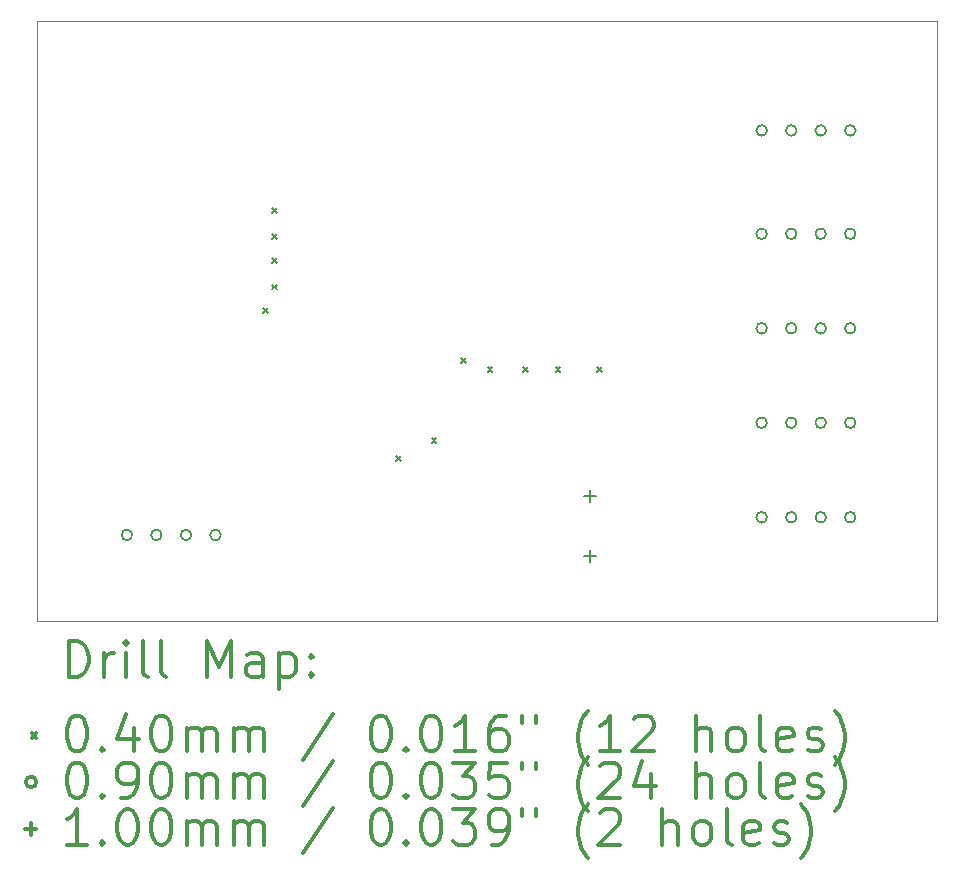
<source format=gbr>
%FSLAX45Y45*%
G04 Gerber Fmt 4.5, Leading zero omitted, Abs format (unit mm)*
G04 Created by KiCad (PCBNEW 4.0.3-stable) date Saturday, August 27, 2016 'PMt' 02:17:07 PM*
%MOMM*%
%LPD*%
G01*
G04 APERTURE LIST*
%ADD10C,0.127000*%
%ADD11C,0.100000*%
%ADD12C,0.200000*%
%ADD13C,0.300000*%
G04 APERTURE END LIST*
D10*
D11*
X14840000Y-11430000D02*
X14840000Y-6350000D01*
X22460000Y-11430000D02*
X14840000Y-11430000D01*
X22460000Y-6350000D02*
X22460000Y-11430000D01*
X14840000Y-6350000D02*
X22460000Y-6350000D01*
D12*
X16755000Y-8780000D02*
X16795000Y-8820000D01*
X16795000Y-8780000D02*
X16755000Y-8820000D01*
X16830000Y-7930000D02*
X16870000Y-7970000D01*
X16870000Y-7930000D02*
X16830000Y-7970000D01*
X16830000Y-8155000D02*
X16870000Y-8195000D01*
X16870000Y-8155000D02*
X16830000Y-8195000D01*
X16830000Y-8355000D02*
X16870000Y-8395000D01*
X16870000Y-8355000D02*
X16830000Y-8395000D01*
X16830000Y-8580000D02*
X16870000Y-8620000D01*
X16870000Y-8580000D02*
X16830000Y-8620000D01*
X17880000Y-10030000D02*
X17920000Y-10070000D01*
X17920000Y-10030000D02*
X17880000Y-10070000D01*
X18180000Y-9880000D02*
X18220000Y-9920000D01*
X18220000Y-9880000D02*
X18180000Y-9920000D01*
X18430000Y-9205000D02*
X18470000Y-9245000D01*
X18470000Y-9205000D02*
X18430000Y-9245000D01*
X18655000Y-9280000D02*
X18695000Y-9320000D01*
X18695000Y-9280000D02*
X18655000Y-9320000D01*
X18955000Y-9280000D02*
X18995000Y-9320000D01*
X18995000Y-9280000D02*
X18955000Y-9320000D01*
X19230000Y-9280000D02*
X19270000Y-9320000D01*
X19270000Y-9280000D02*
X19230000Y-9320000D01*
X19580000Y-9280000D02*
X19620000Y-9320000D01*
X19620000Y-9280000D02*
X19580000Y-9320000D01*
X15645000Y-10700000D02*
G75*
G03X15645000Y-10700000I-45000J0D01*
G01*
X15895000Y-10700000D02*
G75*
G03X15895000Y-10700000I-45000J0D01*
G01*
X16145000Y-10700000D02*
G75*
G03X16145000Y-10700000I-45000J0D01*
G01*
X16395000Y-10700000D02*
G75*
G03X16395000Y-10700000I-45000J0D01*
G01*
X21020000Y-7275000D02*
G75*
G03X21020000Y-7275000I-45000J0D01*
G01*
X21020000Y-8150000D02*
G75*
G03X21020000Y-8150000I-45000J0D01*
G01*
X21020000Y-8950000D02*
G75*
G03X21020000Y-8950000I-45000J0D01*
G01*
X21020000Y-9750000D02*
G75*
G03X21020000Y-9750000I-45000J0D01*
G01*
X21020000Y-10550000D02*
G75*
G03X21020000Y-10550000I-45000J0D01*
G01*
X21270000Y-7275000D02*
G75*
G03X21270000Y-7275000I-45000J0D01*
G01*
X21270000Y-8150000D02*
G75*
G03X21270000Y-8150000I-45000J0D01*
G01*
X21270000Y-8950000D02*
G75*
G03X21270000Y-8950000I-45000J0D01*
G01*
X21270000Y-9750000D02*
G75*
G03X21270000Y-9750000I-45000J0D01*
G01*
X21270000Y-10550000D02*
G75*
G03X21270000Y-10550000I-45000J0D01*
G01*
X21520000Y-7275000D02*
G75*
G03X21520000Y-7275000I-45000J0D01*
G01*
X21520000Y-8150000D02*
G75*
G03X21520000Y-8150000I-45000J0D01*
G01*
X21520000Y-8950000D02*
G75*
G03X21520000Y-8950000I-45000J0D01*
G01*
X21520000Y-9750000D02*
G75*
G03X21520000Y-9750000I-45000J0D01*
G01*
X21520000Y-10550000D02*
G75*
G03X21520000Y-10550000I-45000J0D01*
G01*
X21770000Y-7275000D02*
G75*
G03X21770000Y-7275000I-45000J0D01*
G01*
X21770000Y-8150000D02*
G75*
G03X21770000Y-8150000I-45000J0D01*
G01*
X21770000Y-8950000D02*
G75*
G03X21770000Y-8950000I-45000J0D01*
G01*
X21770000Y-9750000D02*
G75*
G03X21770000Y-9750000I-45000J0D01*
G01*
X21770000Y-10550000D02*
G75*
G03X21770000Y-10550000I-45000J0D01*
G01*
X19525000Y-10320962D02*
X19525000Y-10421038D01*
X19474962Y-10371000D02*
X19575038Y-10371000D01*
X19525000Y-10828962D02*
X19525000Y-10929038D01*
X19474962Y-10879000D02*
X19575038Y-10879000D01*
D13*
X15106428Y-11900714D02*
X15106428Y-11600714D01*
X15177857Y-11600714D01*
X15220714Y-11615000D01*
X15249286Y-11643571D01*
X15263571Y-11672143D01*
X15277857Y-11729286D01*
X15277857Y-11772143D01*
X15263571Y-11829286D01*
X15249286Y-11857857D01*
X15220714Y-11886429D01*
X15177857Y-11900714D01*
X15106428Y-11900714D01*
X15406428Y-11900714D02*
X15406428Y-11700714D01*
X15406428Y-11757857D02*
X15420714Y-11729286D01*
X15435000Y-11715000D01*
X15463571Y-11700714D01*
X15492143Y-11700714D01*
X15592143Y-11900714D02*
X15592143Y-11700714D01*
X15592143Y-11600714D02*
X15577857Y-11615000D01*
X15592143Y-11629286D01*
X15606428Y-11615000D01*
X15592143Y-11600714D01*
X15592143Y-11629286D01*
X15777857Y-11900714D02*
X15749286Y-11886429D01*
X15735000Y-11857857D01*
X15735000Y-11600714D01*
X15935000Y-11900714D02*
X15906428Y-11886429D01*
X15892143Y-11857857D01*
X15892143Y-11600714D01*
X16277857Y-11900714D02*
X16277857Y-11600714D01*
X16377857Y-11815000D01*
X16477857Y-11600714D01*
X16477857Y-11900714D01*
X16749286Y-11900714D02*
X16749286Y-11743571D01*
X16735000Y-11715000D01*
X16706428Y-11700714D01*
X16649286Y-11700714D01*
X16620714Y-11715000D01*
X16749286Y-11886429D02*
X16720714Y-11900714D01*
X16649286Y-11900714D01*
X16620714Y-11886429D01*
X16606428Y-11857857D01*
X16606428Y-11829286D01*
X16620714Y-11800714D01*
X16649286Y-11786429D01*
X16720714Y-11786429D01*
X16749286Y-11772143D01*
X16892143Y-11700714D02*
X16892143Y-12000714D01*
X16892143Y-11715000D02*
X16920714Y-11700714D01*
X16977857Y-11700714D01*
X17006429Y-11715000D01*
X17020714Y-11729286D01*
X17035000Y-11757857D01*
X17035000Y-11843571D01*
X17020714Y-11872143D01*
X17006429Y-11886429D01*
X16977857Y-11900714D01*
X16920714Y-11900714D01*
X16892143Y-11886429D01*
X17163571Y-11872143D02*
X17177857Y-11886429D01*
X17163571Y-11900714D01*
X17149286Y-11886429D01*
X17163571Y-11872143D01*
X17163571Y-11900714D01*
X17163571Y-11715000D02*
X17177857Y-11729286D01*
X17163571Y-11743571D01*
X17149286Y-11729286D01*
X17163571Y-11715000D01*
X17163571Y-11743571D01*
X14795000Y-12375000D02*
X14835000Y-12415000D01*
X14835000Y-12375000D02*
X14795000Y-12415000D01*
X15163571Y-12230714D02*
X15192143Y-12230714D01*
X15220714Y-12245000D01*
X15235000Y-12259286D01*
X15249286Y-12287857D01*
X15263571Y-12345000D01*
X15263571Y-12416429D01*
X15249286Y-12473571D01*
X15235000Y-12502143D01*
X15220714Y-12516429D01*
X15192143Y-12530714D01*
X15163571Y-12530714D01*
X15135000Y-12516429D01*
X15120714Y-12502143D01*
X15106428Y-12473571D01*
X15092143Y-12416429D01*
X15092143Y-12345000D01*
X15106428Y-12287857D01*
X15120714Y-12259286D01*
X15135000Y-12245000D01*
X15163571Y-12230714D01*
X15392143Y-12502143D02*
X15406428Y-12516429D01*
X15392143Y-12530714D01*
X15377857Y-12516429D01*
X15392143Y-12502143D01*
X15392143Y-12530714D01*
X15663571Y-12330714D02*
X15663571Y-12530714D01*
X15592143Y-12216429D02*
X15520714Y-12430714D01*
X15706428Y-12430714D01*
X15877857Y-12230714D02*
X15906428Y-12230714D01*
X15935000Y-12245000D01*
X15949286Y-12259286D01*
X15963571Y-12287857D01*
X15977857Y-12345000D01*
X15977857Y-12416429D01*
X15963571Y-12473571D01*
X15949286Y-12502143D01*
X15935000Y-12516429D01*
X15906428Y-12530714D01*
X15877857Y-12530714D01*
X15849286Y-12516429D01*
X15835000Y-12502143D01*
X15820714Y-12473571D01*
X15806428Y-12416429D01*
X15806428Y-12345000D01*
X15820714Y-12287857D01*
X15835000Y-12259286D01*
X15849286Y-12245000D01*
X15877857Y-12230714D01*
X16106428Y-12530714D02*
X16106428Y-12330714D01*
X16106428Y-12359286D02*
X16120714Y-12345000D01*
X16149286Y-12330714D01*
X16192143Y-12330714D01*
X16220714Y-12345000D01*
X16235000Y-12373571D01*
X16235000Y-12530714D01*
X16235000Y-12373571D02*
X16249286Y-12345000D01*
X16277857Y-12330714D01*
X16320714Y-12330714D01*
X16349286Y-12345000D01*
X16363571Y-12373571D01*
X16363571Y-12530714D01*
X16506428Y-12530714D02*
X16506428Y-12330714D01*
X16506428Y-12359286D02*
X16520714Y-12345000D01*
X16549286Y-12330714D01*
X16592143Y-12330714D01*
X16620714Y-12345000D01*
X16635000Y-12373571D01*
X16635000Y-12530714D01*
X16635000Y-12373571D02*
X16649286Y-12345000D01*
X16677857Y-12330714D01*
X16720714Y-12330714D01*
X16749286Y-12345000D01*
X16763571Y-12373571D01*
X16763571Y-12530714D01*
X17349286Y-12216429D02*
X17092143Y-12602143D01*
X17735000Y-12230714D02*
X17763571Y-12230714D01*
X17792143Y-12245000D01*
X17806428Y-12259286D01*
X17820714Y-12287857D01*
X17835000Y-12345000D01*
X17835000Y-12416429D01*
X17820714Y-12473571D01*
X17806428Y-12502143D01*
X17792143Y-12516429D01*
X17763571Y-12530714D01*
X17735000Y-12530714D01*
X17706428Y-12516429D01*
X17692143Y-12502143D01*
X17677857Y-12473571D01*
X17663571Y-12416429D01*
X17663571Y-12345000D01*
X17677857Y-12287857D01*
X17692143Y-12259286D01*
X17706428Y-12245000D01*
X17735000Y-12230714D01*
X17963571Y-12502143D02*
X17977857Y-12516429D01*
X17963571Y-12530714D01*
X17949286Y-12516429D01*
X17963571Y-12502143D01*
X17963571Y-12530714D01*
X18163571Y-12230714D02*
X18192143Y-12230714D01*
X18220714Y-12245000D01*
X18235000Y-12259286D01*
X18249286Y-12287857D01*
X18263571Y-12345000D01*
X18263571Y-12416429D01*
X18249286Y-12473571D01*
X18235000Y-12502143D01*
X18220714Y-12516429D01*
X18192143Y-12530714D01*
X18163571Y-12530714D01*
X18135000Y-12516429D01*
X18120714Y-12502143D01*
X18106428Y-12473571D01*
X18092143Y-12416429D01*
X18092143Y-12345000D01*
X18106428Y-12287857D01*
X18120714Y-12259286D01*
X18135000Y-12245000D01*
X18163571Y-12230714D01*
X18549286Y-12530714D02*
X18377857Y-12530714D01*
X18463571Y-12530714D02*
X18463571Y-12230714D01*
X18435000Y-12273571D01*
X18406428Y-12302143D01*
X18377857Y-12316429D01*
X18806428Y-12230714D02*
X18749286Y-12230714D01*
X18720714Y-12245000D01*
X18706428Y-12259286D01*
X18677857Y-12302143D01*
X18663571Y-12359286D01*
X18663571Y-12473571D01*
X18677857Y-12502143D01*
X18692143Y-12516429D01*
X18720714Y-12530714D01*
X18777857Y-12530714D01*
X18806428Y-12516429D01*
X18820714Y-12502143D01*
X18835000Y-12473571D01*
X18835000Y-12402143D01*
X18820714Y-12373571D01*
X18806428Y-12359286D01*
X18777857Y-12345000D01*
X18720714Y-12345000D01*
X18692143Y-12359286D01*
X18677857Y-12373571D01*
X18663571Y-12402143D01*
X18949286Y-12230714D02*
X18949286Y-12287857D01*
X19063571Y-12230714D02*
X19063571Y-12287857D01*
X19506428Y-12645000D02*
X19492143Y-12630714D01*
X19463571Y-12587857D01*
X19449286Y-12559286D01*
X19435000Y-12516429D01*
X19420714Y-12445000D01*
X19420714Y-12387857D01*
X19435000Y-12316429D01*
X19449286Y-12273571D01*
X19463571Y-12245000D01*
X19492143Y-12202143D01*
X19506428Y-12187857D01*
X19777857Y-12530714D02*
X19606428Y-12530714D01*
X19692143Y-12530714D02*
X19692143Y-12230714D01*
X19663571Y-12273571D01*
X19635000Y-12302143D01*
X19606428Y-12316429D01*
X19892143Y-12259286D02*
X19906428Y-12245000D01*
X19935000Y-12230714D01*
X20006428Y-12230714D01*
X20035000Y-12245000D01*
X20049286Y-12259286D01*
X20063571Y-12287857D01*
X20063571Y-12316429D01*
X20049286Y-12359286D01*
X19877857Y-12530714D01*
X20063571Y-12530714D01*
X20420714Y-12530714D02*
X20420714Y-12230714D01*
X20549286Y-12530714D02*
X20549286Y-12373571D01*
X20535000Y-12345000D01*
X20506428Y-12330714D01*
X20463571Y-12330714D01*
X20435000Y-12345000D01*
X20420714Y-12359286D01*
X20735000Y-12530714D02*
X20706428Y-12516429D01*
X20692143Y-12502143D01*
X20677857Y-12473571D01*
X20677857Y-12387857D01*
X20692143Y-12359286D01*
X20706428Y-12345000D01*
X20735000Y-12330714D01*
X20777857Y-12330714D01*
X20806428Y-12345000D01*
X20820714Y-12359286D01*
X20835000Y-12387857D01*
X20835000Y-12473571D01*
X20820714Y-12502143D01*
X20806428Y-12516429D01*
X20777857Y-12530714D01*
X20735000Y-12530714D01*
X21006428Y-12530714D02*
X20977857Y-12516429D01*
X20963571Y-12487857D01*
X20963571Y-12230714D01*
X21235000Y-12516429D02*
X21206429Y-12530714D01*
X21149286Y-12530714D01*
X21120714Y-12516429D01*
X21106429Y-12487857D01*
X21106429Y-12373571D01*
X21120714Y-12345000D01*
X21149286Y-12330714D01*
X21206429Y-12330714D01*
X21235000Y-12345000D01*
X21249286Y-12373571D01*
X21249286Y-12402143D01*
X21106429Y-12430714D01*
X21363571Y-12516429D02*
X21392143Y-12530714D01*
X21449286Y-12530714D01*
X21477857Y-12516429D01*
X21492143Y-12487857D01*
X21492143Y-12473571D01*
X21477857Y-12445000D01*
X21449286Y-12430714D01*
X21406429Y-12430714D01*
X21377857Y-12416429D01*
X21363571Y-12387857D01*
X21363571Y-12373571D01*
X21377857Y-12345000D01*
X21406429Y-12330714D01*
X21449286Y-12330714D01*
X21477857Y-12345000D01*
X21592143Y-12645000D02*
X21606429Y-12630714D01*
X21635000Y-12587857D01*
X21649286Y-12559286D01*
X21663571Y-12516429D01*
X21677857Y-12445000D01*
X21677857Y-12387857D01*
X21663571Y-12316429D01*
X21649286Y-12273571D01*
X21635000Y-12245000D01*
X21606429Y-12202143D01*
X21592143Y-12187857D01*
X14835000Y-12791000D02*
G75*
G03X14835000Y-12791000I-45000J0D01*
G01*
X15163571Y-12626714D02*
X15192143Y-12626714D01*
X15220714Y-12641000D01*
X15235000Y-12655286D01*
X15249286Y-12683857D01*
X15263571Y-12741000D01*
X15263571Y-12812429D01*
X15249286Y-12869571D01*
X15235000Y-12898143D01*
X15220714Y-12912429D01*
X15192143Y-12926714D01*
X15163571Y-12926714D01*
X15135000Y-12912429D01*
X15120714Y-12898143D01*
X15106428Y-12869571D01*
X15092143Y-12812429D01*
X15092143Y-12741000D01*
X15106428Y-12683857D01*
X15120714Y-12655286D01*
X15135000Y-12641000D01*
X15163571Y-12626714D01*
X15392143Y-12898143D02*
X15406428Y-12912429D01*
X15392143Y-12926714D01*
X15377857Y-12912429D01*
X15392143Y-12898143D01*
X15392143Y-12926714D01*
X15549286Y-12926714D02*
X15606428Y-12926714D01*
X15635000Y-12912429D01*
X15649286Y-12898143D01*
X15677857Y-12855286D01*
X15692143Y-12798143D01*
X15692143Y-12683857D01*
X15677857Y-12655286D01*
X15663571Y-12641000D01*
X15635000Y-12626714D01*
X15577857Y-12626714D01*
X15549286Y-12641000D01*
X15535000Y-12655286D01*
X15520714Y-12683857D01*
X15520714Y-12755286D01*
X15535000Y-12783857D01*
X15549286Y-12798143D01*
X15577857Y-12812429D01*
X15635000Y-12812429D01*
X15663571Y-12798143D01*
X15677857Y-12783857D01*
X15692143Y-12755286D01*
X15877857Y-12626714D02*
X15906428Y-12626714D01*
X15935000Y-12641000D01*
X15949286Y-12655286D01*
X15963571Y-12683857D01*
X15977857Y-12741000D01*
X15977857Y-12812429D01*
X15963571Y-12869571D01*
X15949286Y-12898143D01*
X15935000Y-12912429D01*
X15906428Y-12926714D01*
X15877857Y-12926714D01*
X15849286Y-12912429D01*
X15835000Y-12898143D01*
X15820714Y-12869571D01*
X15806428Y-12812429D01*
X15806428Y-12741000D01*
X15820714Y-12683857D01*
X15835000Y-12655286D01*
X15849286Y-12641000D01*
X15877857Y-12626714D01*
X16106428Y-12926714D02*
X16106428Y-12726714D01*
X16106428Y-12755286D02*
X16120714Y-12741000D01*
X16149286Y-12726714D01*
X16192143Y-12726714D01*
X16220714Y-12741000D01*
X16235000Y-12769571D01*
X16235000Y-12926714D01*
X16235000Y-12769571D02*
X16249286Y-12741000D01*
X16277857Y-12726714D01*
X16320714Y-12726714D01*
X16349286Y-12741000D01*
X16363571Y-12769571D01*
X16363571Y-12926714D01*
X16506428Y-12926714D02*
X16506428Y-12726714D01*
X16506428Y-12755286D02*
X16520714Y-12741000D01*
X16549286Y-12726714D01*
X16592143Y-12726714D01*
X16620714Y-12741000D01*
X16635000Y-12769571D01*
X16635000Y-12926714D01*
X16635000Y-12769571D02*
X16649286Y-12741000D01*
X16677857Y-12726714D01*
X16720714Y-12726714D01*
X16749286Y-12741000D01*
X16763571Y-12769571D01*
X16763571Y-12926714D01*
X17349286Y-12612429D02*
X17092143Y-12998143D01*
X17735000Y-12626714D02*
X17763571Y-12626714D01*
X17792143Y-12641000D01*
X17806428Y-12655286D01*
X17820714Y-12683857D01*
X17835000Y-12741000D01*
X17835000Y-12812429D01*
X17820714Y-12869571D01*
X17806428Y-12898143D01*
X17792143Y-12912429D01*
X17763571Y-12926714D01*
X17735000Y-12926714D01*
X17706428Y-12912429D01*
X17692143Y-12898143D01*
X17677857Y-12869571D01*
X17663571Y-12812429D01*
X17663571Y-12741000D01*
X17677857Y-12683857D01*
X17692143Y-12655286D01*
X17706428Y-12641000D01*
X17735000Y-12626714D01*
X17963571Y-12898143D02*
X17977857Y-12912429D01*
X17963571Y-12926714D01*
X17949286Y-12912429D01*
X17963571Y-12898143D01*
X17963571Y-12926714D01*
X18163571Y-12626714D02*
X18192143Y-12626714D01*
X18220714Y-12641000D01*
X18235000Y-12655286D01*
X18249286Y-12683857D01*
X18263571Y-12741000D01*
X18263571Y-12812429D01*
X18249286Y-12869571D01*
X18235000Y-12898143D01*
X18220714Y-12912429D01*
X18192143Y-12926714D01*
X18163571Y-12926714D01*
X18135000Y-12912429D01*
X18120714Y-12898143D01*
X18106428Y-12869571D01*
X18092143Y-12812429D01*
X18092143Y-12741000D01*
X18106428Y-12683857D01*
X18120714Y-12655286D01*
X18135000Y-12641000D01*
X18163571Y-12626714D01*
X18363571Y-12626714D02*
X18549286Y-12626714D01*
X18449286Y-12741000D01*
X18492143Y-12741000D01*
X18520714Y-12755286D01*
X18535000Y-12769571D01*
X18549286Y-12798143D01*
X18549286Y-12869571D01*
X18535000Y-12898143D01*
X18520714Y-12912429D01*
X18492143Y-12926714D01*
X18406428Y-12926714D01*
X18377857Y-12912429D01*
X18363571Y-12898143D01*
X18820714Y-12626714D02*
X18677857Y-12626714D01*
X18663571Y-12769571D01*
X18677857Y-12755286D01*
X18706428Y-12741000D01*
X18777857Y-12741000D01*
X18806428Y-12755286D01*
X18820714Y-12769571D01*
X18835000Y-12798143D01*
X18835000Y-12869571D01*
X18820714Y-12898143D01*
X18806428Y-12912429D01*
X18777857Y-12926714D01*
X18706428Y-12926714D01*
X18677857Y-12912429D01*
X18663571Y-12898143D01*
X18949286Y-12626714D02*
X18949286Y-12683857D01*
X19063571Y-12626714D02*
X19063571Y-12683857D01*
X19506428Y-13041000D02*
X19492143Y-13026714D01*
X19463571Y-12983857D01*
X19449286Y-12955286D01*
X19435000Y-12912429D01*
X19420714Y-12841000D01*
X19420714Y-12783857D01*
X19435000Y-12712429D01*
X19449286Y-12669571D01*
X19463571Y-12641000D01*
X19492143Y-12598143D01*
X19506428Y-12583857D01*
X19606428Y-12655286D02*
X19620714Y-12641000D01*
X19649286Y-12626714D01*
X19720714Y-12626714D01*
X19749286Y-12641000D01*
X19763571Y-12655286D01*
X19777857Y-12683857D01*
X19777857Y-12712429D01*
X19763571Y-12755286D01*
X19592143Y-12926714D01*
X19777857Y-12926714D01*
X20035000Y-12726714D02*
X20035000Y-12926714D01*
X19963571Y-12612429D02*
X19892143Y-12826714D01*
X20077857Y-12826714D01*
X20420714Y-12926714D02*
X20420714Y-12626714D01*
X20549286Y-12926714D02*
X20549286Y-12769571D01*
X20535000Y-12741000D01*
X20506428Y-12726714D01*
X20463571Y-12726714D01*
X20435000Y-12741000D01*
X20420714Y-12755286D01*
X20735000Y-12926714D02*
X20706428Y-12912429D01*
X20692143Y-12898143D01*
X20677857Y-12869571D01*
X20677857Y-12783857D01*
X20692143Y-12755286D01*
X20706428Y-12741000D01*
X20735000Y-12726714D01*
X20777857Y-12726714D01*
X20806428Y-12741000D01*
X20820714Y-12755286D01*
X20835000Y-12783857D01*
X20835000Y-12869571D01*
X20820714Y-12898143D01*
X20806428Y-12912429D01*
X20777857Y-12926714D01*
X20735000Y-12926714D01*
X21006428Y-12926714D02*
X20977857Y-12912429D01*
X20963571Y-12883857D01*
X20963571Y-12626714D01*
X21235000Y-12912429D02*
X21206429Y-12926714D01*
X21149286Y-12926714D01*
X21120714Y-12912429D01*
X21106429Y-12883857D01*
X21106429Y-12769571D01*
X21120714Y-12741000D01*
X21149286Y-12726714D01*
X21206429Y-12726714D01*
X21235000Y-12741000D01*
X21249286Y-12769571D01*
X21249286Y-12798143D01*
X21106429Y-12826714D01*
X21363571Y-12912429D02*
X21392143Y-12926714D01*
X21449286Y-12926714D01*
X21477857Y-12912429D01*
X21492143Y-12883857D01*
X21492143Y-12869571D01*
X21477857Y-12841000D01*
X21449286Y-12826714D01*
X21406429Y-12826714D01*
X21377857Y-12812429D01*
X21363571Y-12783857D01*
X21363571Y-12769571D01*
X21377857Y-12741000D01*
X21406429Y-12726714D01*
X21449286Y-12726714D01*
X21477857Y-12741000D01*
X21592143Y-13041000D02*
X21606429Y-13026714D01*
X21635000Y-12983857D01*
X21649286Y-12955286D01*
X21663571Y-12912429D01*
X21677857Y-12841000D01*
X21677857Y-12783857D01*
X21663571Y-12712429D01*
X21649286Y-12669571D01*
X21635000Y-12641000D01*
X21606429Y-12598143D01*
X21592143Y-12583857D01*
X14784962Y-13136962D02*
X14784962Y-13237038D01*
X14734924Y-13187000D02*
X14835000Y-13187000D01*
X15263571Y-13322714D02*
X15092143Y-13322714D01*
X15177857Y-13322714D02*
X15177857Y-13022714D01*
X15149286Y-13065571D01*
X15120714Y-13094143D01*
X15092143Y-13108429D01*
X15392143Y-13294143D02*
X15406428Y-13308429D01*
X15392143Y-13322714D01*
X15377857Y-13308429D01*
X15392143Y-13294143D01*
X15392143Y-13322714D01*
X15592143Y-13022714D02*
X15620714Y-13022714D01*
X15649286Y-13037000D01*
X15663571Y-13051286D01*
X15677857Y-13079857D01*
X15692143Y-13137000D01*
X15692143Y-13208429D01*
X15677857Y-13265571D01*
X15663571Y-13294143D01*
X15649286Y-13308429D01*
X15620714Y-13322714D01*
X15592143Y-13322714D01*
X15563571Y-13308429D01*
X15549286Y-13294143D01*
X15535000Y-13265571D01*
X15520714Y-13208429D01*
X15520714Y-13137000D01*
X15535000Y-13079857D01*
X15549286Y-13051286D01*
X15563571Y-13037000D01*
X15592143Y-13022714D01*
X15877857Y-13022714D02*
X15906428Y-13022714D01*
X15935000Y-13037000D01*
X15949286Y-13051286D01*
X15963571Y-13079857D01*
X15977857Y-13137000D01*
X15977857Y-13208429D01*
X15963571Y-13265571D01*
X15949286Y-13294143D01*
X15935000Y-13308429D01*
X15906428Y-13322714D01*
X15877857Y-13322714D01*
X15849286Y-13308429D01*
X15835000Y-13294143D01*
X15820714Y-13265571D01*
X15806428Y-13208429D01*
X15806428Y-13137000D01*
X15820714Y-13079857D01*
X15835000Y-13051286D01*
X15849286Y-13037000D01*
X15877857Y-13022714D01*
X16106428Y-13322714D02*
X16106428Y-13122714D01*
X16106428Y-13151286D02*
X16120714Y-13137000D01*
X16149286Y-13122714D01*
X16192143Y-13122714D01*
X16220714Y-13137000D01*
X16235000Y-13165571D01*
X16235000Y-13322714D01*
X16235000Y-13165571D02*
X16249286Y-13137000D01*
X16277857Y-13122714D01*
X16320714Y-13122714D01*
X16349286Y-13137000D01*
X16363571Y-13165571D01*
X16363571Y-13322714D01*
X16506428Y-13322714D02*
X16506428Y-13122714D01*
X16506428Y-13151286D02*
X16520714Y-13137000D01*
X16549286Y-13122714D01*
X16592143Y-13122714D01*
X16620714Y-13137000D01*
X16635000Y-13165571D01*
X16635000Y-13322714D01*
X16635000Y-13165571D02*
X16649286Y-13137000D01*
X16677857Y-13122714D01*
X16720714Y-13122714D01*
X16749286Y-13137000D01*
X16763571Y-13165571D01*
X16763571Y-13322714D01*
X17349286Y-13008429D02*
X17092143Y-13394143D01*
X17735000Y-13022714D02*
X17763571Y-13022714D01*
X17792143Y-13037000D01*
X17806428Y-13051286D01*
X17820714Y-13079857D01*
X17835000Y-13137000D01*
X17835000Y-13208429D01*
X17820714Y-13265571D01*
X17806428Y-13294143D01*
X17792143Y-13308429D01*
X17763571Y-13322714D01*
X17735000Y-13322714D01*
X17706428Y-13308429D01*
X17692143Y-13294143D01*
X17677857Y-13265571D01*
X17663571Y-13208429D01*
X17663571Y-13137000D01*
X17677857Y-13079857D01*
X17692143Y-13051286D01*
X17706428Y-13037000D01*
X17735000Y-13022714D01*
X17963571Y-13294143D02*
X17977857Y-13308429D01*
X17963571Y-13322714D01*
X17949286Y-13308429D01*
X17963571Y-13294143D01*
X17963571Y-13322714D01*
X18163571Y-13022714D02*
X18192143Y-13022714D01*
X18220714Y-13037000D01*
X18235000Y-13051286D01*
X18249286Y-13079857D01*
X18263571Y-13137000D01*
X18263571Y-13208429D01*
X18249286Y-13265571D01*
X18235000Y-13294143D01*
X18220714Y-13308429D01*
X18192143Y-13322714D01*
X18163571Y-13322714D01*
X18135000Y-13308429D01*
X18120714Y-13294143D01*
X18106428Y-13265571D01*
X18092143Y-13208429D01*
X18092143Y-13137000D01*
X18106428Y-13079857D01*
X18120714Y-13051286D01*
X18135000Y-13037000D01*
X18163571Y-13022714D01*
X18363571Y-13022714D02*
X18549286Y-13022714D01*
X18449286Y-13137000D01*
X18492143Y-13137000D01*
X18520714Y-13151286D01*
X18535000Y-13165571D01*
X18549286Y-13194143D01*
X18549286Y-13265571D01*
X18535000Y-13294143D01*
X18520714Y-13308429D01*
X18492143Y-13322714D01*
X18406428Y-13322714D01*
X18377857Y-13308429D01*
X18363571Y-13294143D01*
X18692143Y-13322714D02*
X18749286Y-13322714D01*
X18777857Y-13308429D01*
X18792143Y-13294143D01*
X18820714Y-13251286D01*
X18835000Y-13194143D01*
X18835000Y-13079857D01*
X18820714Y-13051286D01*
X18806428Y-13037000D01*
X18777857Y-13022714D01*
X18720714Y-13022714D01*
X18692143Y-13037000D01*
X18677857Y-13051286D01*
X18663571Y-13079857D01*
X18663571Y-13151286D01*
X18677857Y-13179857D01*
X18692143Y-13194143D01*
X18720714Y-13208429D01*
X18777857Y-13208429D01*
X18806428Y-13194143D01*
X18820714Y-13179857D01*
X18835000Y-13151286D01*
X18949286Y-13022714D02*
X18949286Y-13079857D01*
X19063571Y-13022714D02*
X19063571Y-13079857D01*
X19506428Y-13437000D02*
X19492143Y-13422714D01*
X19463571Y-13379857D01*
X19449286Y-13351286D01*
X19435000Y-13308429D01*
X19420714Y-13237000D01*
X19420714Y-13179857D01*
X19435000Y-13108429D01*
X19449286Y-13065571D01*
X19463571Y-13037000D01*
X19492143Y-12994143D01*
X19506428Y-12979857D01*
X19606428Y-13051286D02*
X19620714Y-13037000D01*
X19649286Y-13022714D01*
X19720714Y-13022714D01*
X19749286Y-13037000D01*
X19763571Y-13051286D01*
X19777857Y-13079857D01*
X19777857Y-13108429D01*
X19763571Y-13151286D01*
X19592143Y-13322714D01*
X19777857Y-13322714D01*
X20135000Y-13322714D02*
X20135000Y-13022714D01*
X20263571Y-13322714D02*
X20263571Y-13165571D01*
X20249286Y-13137000D01*
X20220714Y-13122714D01*
X20177857Y-13122714D01*
X20149286Y-13137000D01*
X20135000Y-13151286D01*
X20449286Y-13322714D02*
X20420714Y-13308429D01*
X20406428Y-13294143D01*
X20392143Y-13265571D01*
X20392143Y-13179857D01*
X20406428Y-13151286D01*
X20420714Y-13137000D01*
X20449286Y-13122714D01*
X20492143Y-13122714D01*
X20520714Y-13137000D01*
X20535000Y-13151286D01*
X20549286Y-13179857D01*
X20549286Y-13265571D01*
X20535000Y-13294143D01*
X20520714Y-13308429D01*
X20492143Y-13322714D01*
X20449286Y-13322714D01*
X20720714Y-13322714D02*
X20692143Y-13308429D01*
X20677857Y-13279857D01*
X20677857Y-13022714D01*
X20949286Y-13308429D02*
X20920714Y-13322714D01*
X20863571Y-13322714D01*
X20835000Y-13308429D01*
X20820714Y-13279857D01*
X20820714Y-13165571D01*
X20835000Y-13137000D01*
X20863571Y-13122714D01*
X20920714Y-13122714D01*
X20949286Y-13137000D01*
X20963571Y-13165571D01*
X20963571Y-13194143D01*
X20820714Y-13222714D01*
X21077857Y-13308429D02*
X21106429Y-13322714D01*
X21163571Y-13322714D01*
X21192143Y-13308429D01*
X21206429Y-13279857D01*
X21206429Y-13265571D01*
X21192143Y-13237000D01*
X21163571Y-13222714D01*
X21120714Y-13222714D01*
X21092143Y-13208429D01*
X21077857Y-13179857D01*
X21077857Y-13165571D01*
X21092143Y-13137000D01*
X21120714Y-13122714D01*
X21163571Y-13122714D01*
X21192143Y-13137000D01*
X21306428Y-13437000D02*
X21320714Y-13422714D01*
X21349286Y-13379857D01*
X21363571Y-13351286D01*
X21377857Y-13308429D01*
X21392143Y-13237000D01*
X21392143Y-13179857D01*
X21377857Y-13108429D01*
X21363571Y-13065571D01*
X21349286Y-13037000D01*
X21320714Y-12994143D01*
X21306428Y-12979857D01*
M02*

</source>
